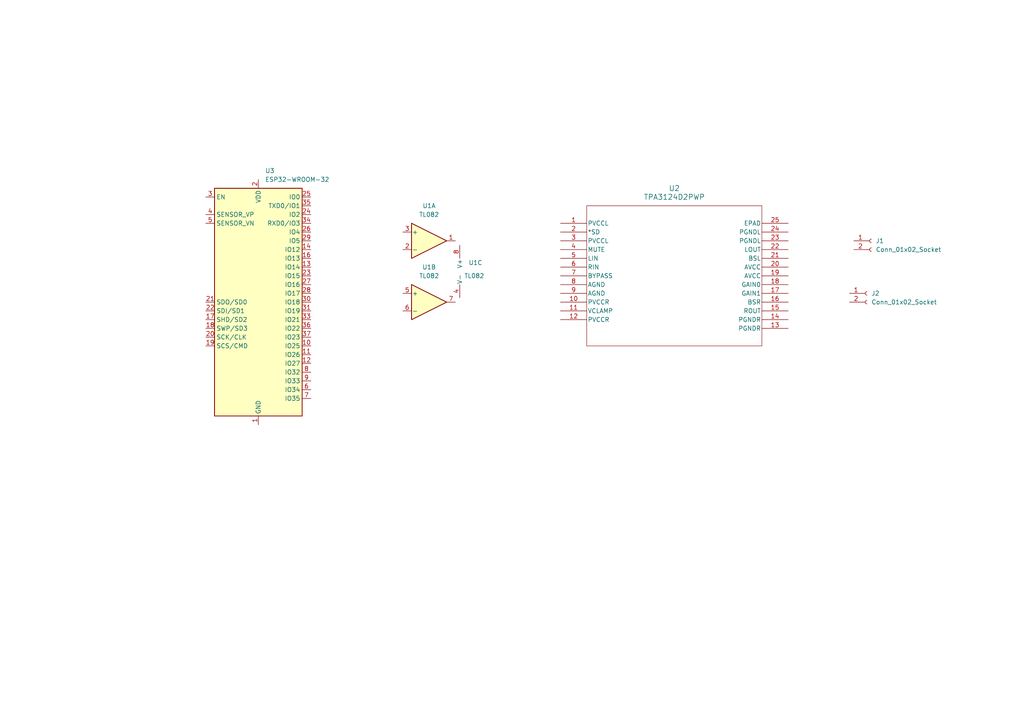
<source format=kicad_sch>
(kicad_sch (version 20230121) (generator eeschema)

  (uuid 397de217-30b6-466c-9939-3b82202520fc)

  (paper "A4")

  (lib_symbols
    (symbol "Amplifier_Operational:TL082" (pin_names (offset 0.127)) (in_bom yes) (on_board yes)
      (property "Reference" "U" (at 0 5.08 0)
        (effects (font (size 1.27 1.27)) (justify left))
      )
      (property "Value" "TL082" (at 0 -5.08 0)
        (effects (font (size 1.27 1.27)) (justify left))
      )
      (property "Footprint" "" (at 0 0 0)
        (effects (font (size 1.27 1.27)) hide)
      )
      (property "Datasheet" "http://www.ti.com/lit/ds/symlink/tl081.pdf" (at 0 0 0)
        (effects (font (size 1.27 1.27)) hide)
      )
      (property "ki_locked" "" (at 0 0 0)
        (effects (font (size 1.27 1.27)))
      )
      (property "ki_keywords" "dual opamp" (at 0 0 0)
        (effects (font (size 1.27 1.27)) hide)
      )
      (property "ki_description" "Dual JFET-Input Operational Amplifiers, DIP-8/SOIC-8/SSOP-8" (at 0 0 0)
        (effects (font (size 1.27 1.27)) hide)
      )
      (property "ki_fp_filters" "SOIC*3.9x4.9mm*P1.27mm* DIP*W7.62mm* TO*99* OnSemi*Micro8* TSSOP*3x3mm*P0.65mm* TSSOP*4.4x3mm*P0.65mm* MSOP*3x3mm*P0.65mm* SSOP*3.9x4.9mm*P0.635mm* LFCSP*2x2mm*P0.5mm* *SIP* SOIC*5.3x6.2mm*P1.27mm*" (at 0 0 0)
        (effects (font (size 1.27 1.27)) hide)
      )
      (symbol "TL082_1_1"
        (polyline
          (pts
            (xy -5.08 5.08)
            (xy 5.08 0)
            (xy -5.08 -5.08)
            (xy -5.08 5.08)
          )
          (stroke (width 0.254) (type default))
          (fill (type background))
        )
        (pin output line (at 7.62 0 180) (length 2.54)
          (name "~" (effects (font (size 1.27 1.27))))
          (number "1" (effects (font (size 1.27 1.27))))
        )
        (pin input line (at -7.62 -2.54 0) (length 2.54)
          (name "-" (effects (font (size 1.27 1.27))))
          (number "2" (effects (font (size 1.27 1.27))))
        )
        (pin input line (at -7.62 2.54 0) (length 2.54)
          (name "+" (effects (font (size 1.27 1.27))))
          (number "3" (effects (font (size 1.27 1.27))))
        )
      )
      (symbol "TL082_2_1"
        (polyline
          (pts
            (xy -5.08 5.08)
            (xy 5.08 0)
            (xy -5.08 -5.08)
            (xy -5.08 5.08)
          )
          (stroke (width 0.254) (type default))
          (fill (type background))
        )
        (pin input line (at -7.62 2.54 0) (length 2.54)
          (name "+" (effects (font (size 1.27 1.27))))
          (number "5" (effects (font (size 1.27 1.27))))
        )
        (pin input line (at -7.62 -2.54 0) (length 2.54)
          (name "-" (effects (font (size 1.27 1.27))))
          (number "6" (effects (font (size 1.27 1.27))))
        )
        (pin output line (at 7.62 0 180) (length 2.54)
          (name "~" (effects (font (size 1.27 1.27))))
          (number "7" (effects (font (size 1.27 1.27))))
        )
      )
      (symbol "TL082_3_1"
        (pin power_in line (at -2.54 -7.62 90) (length 3.81)
          (name "V-" (effects (font (size 1.27 1.27))))
          (number "4" (effects (font (size 1.27 1.27))))
        )
        (pin power_in line (at -2.54 7.62 270) (length 3.81)
          (name "V+" (effects (font (size 1.27 1.27))))
          (number "8" (effects (font (size 1.27 1.27))))
        )
      )
    )
    (symbol "Connector:Conn_01x02_Socket" (pin_names (offset 1.016) hide) (in_bom yes) (on_board yes)
      (property "Reference" "J" (at 0 2.54 0)
        (effects (font (size 1.27 1.27)))
      )
      (property "Value" "Conn_01x02_Socket" (at 0 -5.08 0)
        (effects (font (size 1.27 1.27)))
      )
      (property "Footprint" "" (at 0 0 0)
        (effects (font (size 1.27 1.27)) hide)
      )
      (property "Datasheet" "~" (at 0 0 0)
        (effects (font (size 1.27 1.27)) hide)
      )
      (property "ki_locked" "" (at 0 0 0)
        (effects (font (size 1.27 1.27)))
      )
      (property "ki_keywords" "connector" (at 0 0 0)
        (effects (font (size 1.27 1.27)) hide)
      )
      (property "ki_description" "Generic connector, single row, 01x02, script generated" (at 0 0 0)
        (effects (font (size 1.27 1.27)) hide)
      )
      (property "ki_fp_filters" "Connector*:*_1x??_*" (at 0 0 0)
        (effects (font (size 1.27 1.27)) hide)
      )
      (symbol "Conn_01x02_Socket_1_1"
        (arc (start 0 -2.032) (mid -0.5058 -2.54) (end 0 -3.048)
          (stroke (width 0.1524) (type default))
          (fill (type none))
        )
        (polyline
          (pts
            (xy -1.27 -2.54)
            (xy -0.508 -2.54)
          )
          (stroke (width 0.1524) (type default))
          (fill (type none))
        )
        (polyline
          (pts
            (xy -1.27 0)
            (xy -0.508 0)
          )
          (stroke (width 0.1524) (type default))
          (fill (type none))
        )
        (arc (start 0 0.508) (mid -0.5058 0) (end 0 -0.508)
          (stroke (width 0.1524) (type default))
          (fill (type none))
        )
        (pin passive line (at -5.08 0 0) (length 3.81)
          (name "Pin_1" (effects (font (size 1.27 1.27))))
          (number "1" (effects (font (size 1.27 1.27))))
        )
        (pin passive line (at -5.08 -2.54 0) (length 3.81)
          (name "Pin_2" (effects (font (size 1.27 1.27))))
          (number "2" (effects (font (size 1.27 1.27))))
        )
      )
    )
    (symbol "RF_Module:ESP32-WROOM-32" (in_bom yes) (on_board yes)
      (property "Reference" "U" (at -12.7 34.29 0)
        (effects (font (size 1.27 1.27)) (justify left))
      )
      (property "Value" "ESP32-WROOM-32" (at 1.27 34.29 0)
        (effects (font (size 1.27 1.27)) (justify left))
      )
      (property "Footprint" "RF_Module:ESP32-WROOM-32" (at 0 -38.1 0)
        (effects (font (size 1.27 1.27)) hide)
      )
      (property "Datasheet" "https://www.espressif.com/sites/default/files/documentation/esp32-wroom-32_datasheet_en.pdf" (at -7.62 1.27 0)
        (effects (font (size 1.27 1.27)) hide)
      )
      (property "ki_keywords" "RF Radio BT ESP ESP32 Espressif onboard PCB antenna" (at 0 0 0)
        (effects (font (size 1.27 1.27)) hide)
      )
      (property "ki_description" "RF Module, ESP32-D0WDQ6 SoC, Wi-Fi 802.11b/g/n, Bluetooth, BLE, 32-bit, 2.7-3.6V, onboard antenna, SMD" (at 0 0 0)
        (effects (font (size 1.27 1.27)) hide)
      )
      (property "ki_fp_filters" "ESP32?WROOM?32*" (at 0 0 0)
        (effects (font (size 1.27 1.27)) hide)
      )
      (symbol "ESP32-WROOM-32_0_1"
        (rectangle (start -12.7 33.02) (end 12.7 -33.02)
          (stroke (width 0.254) (type default))
          (fill (type background))
        )
      )
      (symbol "ESP32-WROOM-32_1_1"
        (pin power_in line (at 0 -35.56 90) (length 2.54)
          (name "GND" (effects (font (size 1.27 1.27))))
          (number "1" (effects (font (size 1.27 1.27))))
        )
        (pin bidirectional line (at 15.24 -12.7 180) (length 2.54)
          (name "IO25" (effects (font (size 1.27 1.27))))
          (number "10" (effects (font (size 1.27 1.27))))
        )
        (pin bidirectional line (at 15.24 -15.24 180) (length 2.54)
          (name "IO26" (effects (font (size 1.27 1.27))))
          (number "11" (effects (font (size 1.27 1.27))))
        )
        (pin bidirectional line (at 15.24 -17.78 180) (length 2.54)
          (name "IO27" (effects (font (size 1.27 1.27))))
          (number "12" (effects (font (size 1.27 1.27))))
        )
        (pin bidirectional line (at 15.24 10.16 180) (length 2.54)
          (name "IO14" (effects (font (size 1.27 1.27))))
          (number "13" (effects (font (size 1.27 1.27))))
        )
        (pin bidirectional line (at 15.24 15.24 180) (length 2.54)
          (name "IO12" (effects (font (size 1.27 1.27))))
          (number "14" (effects (font (size 1.27 1.27))))
        )
        (pin passive line (at 0 -35.56 90) (length 2.54) hide
          (name "GND" (effects (font (size 1.27 1.27))))
          (number "15" (effects (font (size 1.27 1.27))))
        )
        (pin bidirectional line (at 15.24 12.7 180) (length 2.54)
          (name "IO13" (effects (font (size 1.27 1.27))))
          (number "16" (effects (font (size 1.27 1.27))))
        )
        (pin bidirectional line (at -15.24 -5.08 0) (length 2.54)
          (name "SHD/SD2" (effects (font (size 1.27 1.27))))
          (number "17" (effects (font (size 1.27 1.27))))
        )
        (pin bidirectional line (at -15.24 -7.62 0) (length 2.54)
          (name "SWP/SD3" (effects (font (size 1.27 1.27))))
          (number "18" (effects (font (size 1.27 1.27))))
        )
        (pin bidirectional line (at -15.24 -12.7 0) (length 2.54)
          (name "SCS/CMD" (effects (font (size 1.27 1.27))))
          (number "19" (effects (font (size 1.27 1.27))))
        )
        (pin power_in line (at 0 35.56 270) (length 2.54)
          (name "VDD" (effects (font (size 1.27 1.27))))
          (number "2" (effects (font (size 1.27 1.27))))
        )
        (pin bidirectional line (at -15.24 -10.16 0) (length 2.54)
          (name "SCK/CLK" (effects (font (size 1.27 1.27))))
          (number "20" (effects (font (size 1.27 1.27))))
        )
        (pin bidirectional line (at -15.24 0 0) (length 2.54)
          (name "SDO/SD0" (effects (font (size 1.27 1.27))))
          (number "21" (effects (font (size 1.27 1.27))))
        )
        (pin bidirectional line (at -15.24 -2.54 0) (length 2.54)
          (name "SDI/SD1" (effects (font (size 1.27 1.27))))
          (number "22" (effects (font (size 1.27 1.27))))
        )
        (pin bidirectional line (at 15.24 7.62 180) (length 2.54)
          (name "IO15" (effects (font (size 1.27 1.27))))
          (number "23" (effects (font (size 1.27 1.27))))
        )
        (pin bidirectional line (at 15.24 25.4 180) (length 2.54)
          (name "IO2" (effects (font (size 1.27 1.27))))
          (number "24" (effects (font (size 1.27 1.27))))
        )
        (pin bidirectional line (at 15.24 30.48 180) (length 2.54)
          (name "IO0" (effects (font (size 1.27 1.27))))
          (number "25" (effects (font (size 1.27 1.27))))
        )
        (pin bidirectional line (at 15.24 20.32 180) (length 2.54)
          (name "IO4" (effects (font (size 1.27 1.27))))
          (number "26" (effects (font (size 1.27 1.27))))
        )
        (pin bidirectional line (at 15.24 5.08 180) (length 2.54)
          (name "IO16" (effects (font (size 1.27 1.27))))
          (number "27" (effects (font (size 1.27 1.27))))
        )
        (pin bidirectional line (at 15.24 2.54 180) (length 2.54)
          (name "IO17" (effects (font (size 1.27 1.27))))
          (number "28" (effects (font (size 1.27 1.27))))
        )
        (pin bidirectional line (at 15.24 17.78 180) (length 2.54)
          (name "IO5" (effects (font (size 1.27 1.27))))
          (number "29" (effects (font (size 1.27 1.27))))
        )
        (pin input line (at -15.24 30.48 0) (length 2.54)
          (name "EN" (effects (font (size 1.27 1.27))))
          (number "3" (effects (font (size 1.27 1.27))))
        )
        (pin bidirectional line (at 15.24 0 180) (length 2.54)
          (name "IO18" (effects (font (size 1.27 1.27))))
          (number "30" (effects (font (size 1.27 1.27))))
        )
        (pin bidirectional line (at 15.24 -2.54 180) (length 2.54)
          (name "IO19" (effects (font (size 1.27 1.27))))
          (number "31" (effects (font (size 1.27 1.27))))
        )
        (pin no_connect line (at -12.7 -27.94 0) (length 2.54) hide
          (name "NC" (effects (font (size 1.27 1.27))))
          (number "32" (effects (font (size 1.27 1.27))))
        )
        (pin bidirectional line (at 15.24 -5.08 180) (length 2.54)
          (name "IO21" (effects (font (size 1.27 1.27))))
          (number "33" (effects (font (size 1.27 1.27))))
        )
        (pin bidirectional line (at 15.24 22.86 180) (length 2.54)
          (name "RXD0/IO3" (effects (font (size 1.27 1.27))))
          (number "34" (effects (font (size 1.27 1.27))))
        )
        (pin bidirectional line (at 15.24 27.94 180) (length 2.54)
          (name "TXD0/IO1" (effects (font (size 1.27 1.27))))
          (number "35" (effects (font (size 1.27 1.27))))
        )
        (pin bidirectional line (at 15.24 -7.62 180) (length 2.54)
          (name "IO22" (effects (font (size 1.27 1.27))))
          (number "36" (effects (font (size 1.27 1.27))))
        )
        (pin bidirectional line (at 15.24 -10.16 180) (length 2.54)
          (name "IO23" (effects (font (size 1.27 1.27))))
          (number "37" (effects (font (size 1.27 1.27))))
        )
        (pin passive line (at 0 -35.56 90) (length 2.54) hide
          (name "GND" (effects (font (size 1.27 1.27))))
          (number "38" (effects (font (size 1.27 1.27))))
        )
        (pin passive line (at 0 -35.56 90) (length 2.54) hide
          (name "GND" (effects (font (size 1.27 1.27))))
          (number "39" (effects (font (size 1.27 1.27))))
        )
        (pin input line (at -15.24 25.4 0) (length 2.54)
          (name "SENSOR_VP" (effects (font (size 1.27 1.27))))
          (number "4" (effects (font (size 1.27 1.27))))
        )
        (pin input line (at -15.24 22.86 0) (length 2.54)
          (name "SENSOR_VN" (effects (font (size 1.27 1.27))))
          (number "5" (effects (font (size 1.27 1.27))))
        )
        (pin input line (at 15.24 -25.4 180) (length 2.54)
          (name "IO34" (effects (font (size 1.27 1.27))))
          (number "6" (effects (font (size 1.27 1.27))))
        )
        (pin input line (at 15.24 -27.94 180) (length 2.54)
          (name "IO35" (effects (font (size 1.27 1.27))))
          (number "7" (effects (font (size 1.27 1.27))))
        )
        (pin bidirectional line (at 15.24 -20.32 180) (length 2.54)
          (name "IO32" (effects (font (size 1.27 1.27))))
          (number "8" (effects (font (size 1.27 1.27))))
        )
        (pin bidirectional line (at 15.24 -22.86 180) (length 2.54)
          (name "IO33" (effects (font (size 1.27 1.27))))
          (number "9" (effects (font (size 1.27 1.27))))
        )
      )
    )
    (symbol "TPA3124D2PWP:TPA3124D2PWP" (pin_names (offset 0.254)) (in_bom yes) (on_board yes)
      (property "Reference" "U" (at 33.02 10.16 0)
        (effects (font (size 1.524 1.524)))
      )
      (property "Value" "TPA3124D2PWP" (at 33.02 7.62 0)
        (effects (font (size 1.524 1.524)))
      )
      (property "Footprint" "PWP24_4P87X2P4" (at 0 0 0)
        (effects (font (size 1.27 1.27) italic) hide)
      )
      (property "Datasheet" "TPA3124D2PWP" (at 0 0 0)
        (effects (font (size 1.27 1.27) italic) hide)
      )
      (property "ki_locked" "" (at 0 0 0)
        (effects (font (size 1.27 1.27)))
      )
      (property "ki_keywords" "TPA3124D2PWP" (at 0 0 0)
        (effects (font (size 1.27 1.27)) hide)
      )
      (property "ki_fp_filters" "PWP24_4P87X2P4 PWP24_4P87X2P4-M PWP24_4P87X2P4-L" (at 0 0 0)
        (effects (font (size 1.27 1.27)) hide)
      )
      (symbol "TPA3124D2PWP_0_1"
        (polyline
          (pts
            (xy 7.62 -35.56)
            (xy 58.42 -35.56)
          )
          (stroke (width 0.127) (type default))
          (fill (type none))
        )
        (polyline
          (pts
            (xy 7.62 5.08)
            (xy 7.62 -35.56)
          )
          (stroke (width 0.127) (type default))
          (fill (type none))
        )
        (polyline
          (pts
            (xy 58.42 -35.56)
            (xy 58.42 5.08)
          )
          (stroke (width 0.127) (type default))
          (fill (type none))
        )
        (polyline
          (pts
            (xy 58.42 5.08)
            (xy 7.62 5.08)
          )
          (stroke (width 0.127) (type default))
          (fill (type none))
        )
        (pin power_in line (at 0 0 0) (length 7.62)
          (name "PVCCL" (effects (font (size 1.27 1.27))))
          (number "1" (effects (font (size 1.27 1.27))))
        )
        (pin power_in line (at 0 -22.86 0) (length 7.62)
          (name "PVCCR" (effects (font (size 1.27 1.27))))
          (number "10" (effects (font (size 1.27 1.27))))
        )
        (pin power_in line (at 0 -25.4 0) (length 7.62)
          (name "VCLAMP" (effects (font (size 1.27 1.27))))
          (number "11" (effects (font (size 1.27 1.27))))
        )
        (pin power_in line (at 0 -27.94 0) (length 7.62)
          (name "PVCCR" (effects (font (size 1.27 1.27))))
          (number "12" (effects (font (size 1.27 1.27))))
        )
        (pin power_in line (at 66.04 -30.48 180) (length 7.62)
          (name "PGNDR" (effects (font (size 1.27 1.27))))
          (number "13" (effects (font (size 1.27 1.27))))
        )
        (pin power_in line (at 66.04 -27.94 180) (length 7.62)
          (name "PGNDR" (effects (font (size 1.27 1.27))))
          (number "14" (effects (font (size 1.27 1.27))))
        )
        (pin output line (at 66.04 -25.4 180) (length 7.62)
          (name "ROUT" (effects (font (size 1.27 1.27))))
          (number "15" (effects (font (size 1.27 1.27))))
        )
        (pin bidirectional line (at 66.04 -22.86 180) (length 7.62)
          (name "BSR" (effects (font (size 1.27 1.27))))
          (number "16" (effects (font (size 1.27 1.27))))
        )
        (pin input line (at 66.04 -20.32 180) (length 7.62)
          (name "GAIN1" (effects (font (size 1.27 1.27))))
          (number "17" (effects (font (size 1.27 1.27))))
        )
        (pin input line (at 66.04 -17.78 180) (length 7.62)
          (name "GAIN0" (effects (font (size 1.27 1.27))))
          (number "18" (effects (font (size 1.27 1.27))))
        )
        (pin power_in line (at 66.04 -15.24 180) (length 7.62)
          (name "AVCC" (effects (font (size 1.27 1.27))))
          (number "19" (effects (font (size 1.27 1.27))))
        )
        (pin input line (at 0 -2.54 0) (length 7.62)
          (name "*SD" (effects (font (size 1.27 1.27))))
          (number "2" (effects (font (size 1.27 1.27))))
        )
        (pin power_in line (at 66.04 -12.7 180) (length 7.62)
          (name "AVCC" (effects (font (size 1.27 1.27))))
          (number "20" (effects (font (size 1.27 1.27))))
        )
        (pin bidirectional line (at 66.04 -10.16 180) (length 7.62)
          (name "BSL" (effects (font (size 1.27 1.27))))
          (number "21" (effects (font (size 1.27 1.27))))
        )
        (pin output line (at 66.04 -7.62 180) (length 7.62)
          (name "LOUT" (effects (font (size 1.27 1.27))))
          (number "22" (effects (font (size 1.27 1.27))))
        )
        (pin power_in line (at 66.04 -5.08 180) (length 7.62)
          (name "PGNDL" (effects (font (size 1.27 1.27))))
          (number "23" (effects (font (size 1.27 1.27))))
        )
        (pin power_in line (at 66.04 -2.54 180) (length 7.62)
          (name "PGNDL" (effects (font (size 1.27 1.27))))
          (number "24" (effects (font (size 1.27 1.27))))
        )
        (pin unspecified line (at 66.04 0 180) (length 7.62)
          (name "EPAD" (effects (font (size 1.27 1.27))))
          (number "25" (effects (font (size 1.27 1.27))))
        )
        (pin power_in line (at 0 -5.08 0) (length 7.62)
          (name "PVCCL" (effects (font (size 1.27 1.27))))
          (number "3" (effects (font (size 1.27 1.27))))
        )
        (pin input line (at 0 -7.62 0) (length 7.62)
          (name "MUTE" (effects (font (size 1.27 1.27))))
          (number "4" (effects (font (size 1.27 1.27))))
        )
        (pin input line (at 0 -10.16 0) (length 7.62)
          (name "LIN" (effects (font (size 1.27 1.27))))
          (number "5" (effects (font (size 1.27 1.27))))
        )
        (pin input line (at 0 -12.7 0) (length 7.62)
          (name "RIN" (effects (font (size 1.27 1.27))))
          (number "6" (effects (font (size 1.27 1.27))))
        )
        (pin output line (at 0 -15.24 0) (length 7.62)
          (name "BYPASS" (effects (font (size 1.27 1.27))))
          (number "7" (effects (font (size 1.27 1.27))))
        )
        (pin power_in line (at 0 -17.78 0) (length 7.62)
          (name "AGND" (effects (font (size 1.27 1.27))))
          (number "8" (effects (font (size 1.27 1.27))))
        )
        (pin power_in line (at 0 -20.32 0) (length 7.62)
          (name "AGND" (effects (font (size 1.27 1.27))))
          (number "9" (effects (font (size 1.27 1.27))))
        )
      )
    )
  )


  (symbol (lib_id "RF_Module:ESP32-WROOM-32") (at 74.93 87.63 0) (unit 1)
    (in_bom yes) (on_board yes) (dnp no) (fields_autoplaced)
    (uuid 2dadca48-af58-4551-a835-3bab0cfa9fa2)
    (property "Reference" "U3" (at 76.8859 49.53 0)
      (effects (font (size 1.27 1.27)) (justify left))
    )
    (property "Value" "ESP32-WROOM-32" (at 76.8859 52.07 0)
      (effects (font (size 1.27 1.27)) (justify left))
    )
    (property "Footprint" "RF_Module:ESP32-WROOM-32" (at 74.93 125.73 0)
      (effects (font (size 1.27 1.27)) hide)
    )
    (property "Datasheet" "https://www.espressif.com/sites/default/files/documentation/esp32-wroom-32_datasheet_en.pdf" (at 67.31 86.36 0)
      (effects (font (size 1.27 1.27)) hide)
    )
    (pin "1" (uuid bba2c461-3675-4ebf-ae0e-257d7483514d))
    (pin "10" (uuid 4c9e98f3-15a0-4396-9d2c-bffe72588532))
    (pin "11" (uuid a3c86823-db6a-4757-8392-9fec1be3da5f))
    (pin "12" (uuid db570820-f984-42da-807a-fe886e2c98b6))
    (pin "13" (uuid 6725b151-237f-48f6-bc93-9d4c99d6fefd))
    (pin "14" (uuid 0c39d068-6fde-4594-902e-d7cbc634f22c))
    (pin "15" (uuid 14b63e8f-f64d-4d90-9854-773bd7de3d64))
    (pin "16" (uuid 4098da21-8a27-40ec-9a6d-5f4df1b651d0))
    (pin "17" (uuid 1ad7c608-b666-44c4-b5f9-04f15a5e63ab))
    (pin "18" (uuid 69627a83-2aea-49ea-a1bb-a6d81f7a3c43))
    (pin "19" (uuid ac6fc6d0-bf29-4312-8fc2-97592e651481))
    (pin "2" (uuid 571e15bb-9d95-4b32-b99e-4223dcea9c79))
    (pin "20" (uuid 0d98e1f7-7d9b-4676-aca7-99c3269f83a7))
    (pin "21" (uuid 909251ea-45f9-4582-9134-780994cce3f6))
    (pin "22" (uuid 382419c9-261e-401e-a795-d1c443419d98))
    (pin "23" (uuid 934c62c3-96b6-483b-a687-115d09dc9d0a))
    (pin "24" (uuid 119f3c1e-ec4b-4139-bb3e-35d39a7af08c))
    (pin "25" (uuid 50f356b7-862b-4990-91e0-2ff50cde85e5))
    (pin "26" (uuid 99cd0eee-37ee-410d-9542-168c59dbe0c9))
    (pin "27" (uuid 597e4346-6200-4b85-87cf-2159c89fe3eb))
    (pin "28" (uuid a9cc611d-a130-4a99-ad1d-b0f541fabdcb))
    (pin "29" (uuid 73f7928a-6866-443d-ad99-ac323b46141a))
    (pin "3" (uuid f0d77dac-42ac-42f4-a81c-97dab7409b2d))
    (pin "30" (uuid 854c7780-c4f2-4da4-9daa-2bc2154ae3fc))
    (pin "31" (uuid 550a9423-1707-4a47-a747-75985e8f2fb9))
    (pin "32" (uuid 97c268c2-0e0a-40fb-a09a-253bcac71dce))
    (pin "33" (uuid 6ffc4dce-9f35-4056-8b1e-e2f156f8ecbb))
    (pin "34" (uuid d9e91b79-bc74-40b9-a7c3-e3540144ac8d))
    (pin "35" (uuid fed5412c-b336-4fb7-9136-b5f347df40e2))
    (pin "36" (uuid 4b5a745f-c227-46d5-99e3-611c88d4d80f))
    (pin "37" (uuid 1a2a3a6d-ddfc-4d8f-a2be-ff0c8f784bd5))
    (pin "38" (uuid f43de038-78f1-4ba7-8e2e-19fd1a97e273))
    (pin "39" (uuid 0993bfa2-b420-4a17-b4ce-15b5c2859817))
    (pin "4" (uuid f6822ba2-096e-4df8-b285-2e6aa90f7079))
    (pin "5" (uuid 40b9de40-951b-40be-afc7-8a069680c96d))
    (pin "6" (uuid 7b53b4e0-7d1d-48ef-a137-53ad2966e5d6))
    (pin "7" (uuid 123ef6ed-01ae-42d1-806c-1fd2d05ff52d))
    (pin "8" (uuid 28cf9243-f242-4ef0-b691-93c294328eb0))
    (pin "9" (uuid 7a60108d-e431-4097-af09-9c390b74fd46))
    (instances
      (project "portable_speaker_pcb"
        (path "/397de217-30b6-466c-9939-3b82202520fc"
          (reference "U3") (unit 1)
        )
      )
    )
  )

  (symbol (lib_id "TPA3124D2PWP:TPA3124D2PWP") (at 162.56 64.77 0) (unit 1)
    (in_bom yes) (on_board yes) (dnp no) (fields_autoplaced)
    (uuid 3be17d5f-cc72-41b5-8952-220c24308816)
    (property "Reference" "U2" (at 195.58 54.61 0)
      (effects (font (size 1.524 1.524)))
    )
    (property "Value" "TPA3124D2PWP" (at 195.58 57.15 0)
      (effects (font (size 1.524 1.524)))
    )
    (property "Footprint" "PWP24_4P87X2P4" (at 162.56 64.77 0)
      (effects (font (size 1.27 1.27) italic) hide)
    )
    (property "Datasheet" "TPA3124D2PWP" (at 162.56 64.77 0)
      (effects (font (size 1.27 1.27) italic) hide)
    )
    (pin "1" (uuid 35e24f87-ee5b-4557-94b9-d66d714faf19))
    (pin "10" (uuid 783767d1-7f0a-4d8f-9d20-7345b402903a))
    (pin "11" (uuid 82df7407-24ab-46af-92a8-68e1586496c3))
    (pin "12" (uuid e54abd83-7849-4cca-982f-085f6060a0fc))
    (pin "13" (uuid d708f6a0-2d39-489c-9d05-6b9026b75f08))
    (pin "14" (uuid c3c06290-f1b2-4212-9b41-c957b7d58522))
    (pin "15" (uuid f57d467f-dc01-4cec-a0e1-cdf2c438ea18))
    (pin "16" (uuid 6830b23b-e55e-4bc5-8a4c-7e7eee55804c))
    (pin "17" (uuid 52db6305-a7fd-4e6f-b411-cc5eae3ead6e))
    (pin "18" (uuid 79ff7575-7f81-4de2-a0d0-a229867dca18))
    (pin "19" (uuid 4fe6865f-ca09-4e5e-811f-76323ae7d9ed))
    (pin "2" (uuid 6e240478-5bfc-4c27-b58e-e67bfd1ab6b7))
    (pin "20" (uuid ca909327-285d-4045-af3f-019af8f7dca4))
    (pin "21" (uuid 66eea7eb-f20d-4e06-b1b1-7d37003832f3))
    (pin "22" (uuid 2df1a532-46ff-4415-9957-a91d297bd3e7))
    (pin "23" (uuid 1a78e797-2cc6-4c55-a20b-3448f1b27a60))
    (pin "24" (uuid 0e748103-466a-4ce1-8d39-6ac48615240b))
    (pin "25" (uuid 782aa59c-a4b8-4062-8256-a71f7a8a6181))
    (pin "3" (uuid 3964111d-9682-431e-9340-99f64a8fd328))
    (pin "4" (uuid 34037b44-9247-41ac-ac5d-b9ea6b20f9a6))
    (pin "5" (uuid 0a0462e8-b2ce-4202-aa83-226452841008))
    (pin "6" (uuid 4f445a70-4b27-4614-a212-4bc4338a94cf))
    (pin "7" (uuid bad31af4-0a9e-41ee-bd64-4f852596124e))
    (pin "8" (uuid 76d8acb3-4e5a-492b-8c6f-cef387b63904))
    (pin "9" (uuid 9370d03d-1184-4aff-8b7e-ee24dd9b44f8))
    (instances
      (project "portable_speaker_pcb"
        (path "/397de217-30b6-466c-9939-3b82202520fc"
          (reference "U2") (unit 1)
        )
      )
    )
  )

  (symbol (lib_id "Amplifier_Operational:TL082") (at 124.46 87.63 0) (unit 2)
    (in_bom yes) (on_board yes) (dnp no) (fields_autoplaced)
    (uuid 42f74796-0dfd-49c6-915b-3f1c4b6b81ea)
    (property "Reference" "U1" (at 124.46 77.47 0)
      (effects (font (size 1.27 1.27)))
    )
    (property "Value" "TL082" (at 124.46 80.01 0)
      (effects (font (size 1.27 1.27)))
    )
    (property "Footprint" "" (at 124.46 87.63 0)
      (effects (font (size 1.27 1.27)) hide)
    )
    (property "Datasheet" "http://www.ti.com/lit/ds/symlink/tl081.pdf" (at 124.46 87.63 0)
      (effects (font (size 1.27 1.27)) hide)
    )
    (pin "1" (uuid fe2937ee-6ac8-4711-963e-efa998de34da))
    (pin "2" (uuid 1b75cf25-fca7-458f-b023-c4ba721ab3b3))
    (pin "3" (uuid 61883a9c-88c8-4f63-9d3e-214d06f4ac10))
    (pin "5" (uuid 828c7f76-8ffa-4818-9069-5b7028f833e4))
    (pin "6" (uuid d7b6d573-b7de-4ed0-bc1e-ccf571d48f2e))
    (pin "7" (uuid e920b6e7-6393-4730-b019-95c097dd5b2a))
    (pin "4" (uuid 632edd6b-6337-4641-b936-60e35fd0587a))
    (pin "8" (uuid 2d7a21c8-63cb-4506-b9da-4c1f4c9ae6dc))
    (instances
      (project "portable_speaker_pcb"
        (path "/397de217-30b6-466c-9939-3b82202520fc"
          (reference "U1") (unit 2)
        )
      )
    )
  )

  (symbol (lib_id "Connector:Conn_01x02_Socket") (at 251.46 85.09 0) (unit 1)
    (in_bom yes) (on_board yes) (dnp no) (fields_autoplaced)
    (uuid 8fa00b91-1c0c-4193-8a61-30f055533885)
    (property "Reference" "J2" (at 252.73 85.09 0)
      (effects (font (size 1.27 1.27)) (justify left))
    )
    (property "Value" "Conn_01x02_Socket" (at 252.73 87.63 0)
      (effects (font (size 1.27 1.27)) (justify left))
    )
    (property "Footprint" "" (at 251.46 85.09 0)
      (effects (font (size 1.27 1.27)) hide)
    )
    (property "Datasheet" "~" (at 251.46 85.09 0)
      (effects (font (size 1.27 1.27)) hide)
    )
    (pin "1" (uuid a96d135a-9740-4e7a-bca4-897f5753415c))
    (pin "2" (uuid 3b986903-cad0-46c6-a1e2-b682d9c9ed7f))
    (instances
      (project "portable_speaker_pcb"
        (path "/397de217-30b6-466c-9939-3b82202520fc"
          (reference "J2") (unit 1)
        )
      )
    )
  )

  (symbol (lib_id "Amplifier_Operational:TL082") (at 135.89 78.74 0) (unit 3)
    (in_bom yes) (on_board yes) (dnp no)
    (uuid a3c17afe-47ff-4f96-8b2e-541069224991)
    (property "Reference" "U1" (at 135.89 76.2 0)
      (effects (font (size 1.27 1.27)) (justify left))
    )
    (property "Value" "TL082" (at 134.62 80.01 0)
      (effects (font (size 1.27 1.27)) (justify left))
    )
    (property "Footprint" "" (at 135.89 78.74 0)
      (effects (font (size 1.27 1.27)) hide)
    )
    (property "Datasheet" "http://www.ti.com/lit/ds/symlink/tl081.pdf" (at 135.89 78.74 0)
      (effects (font (size 1.27 1.27)) hide)
    )
    (pin "1" (uuid bf4d7837-56c0-4e02-8c7a-2661a624b24c))
    (pin "2" (uuid dbbe644f-d180-46cf-b162-7b3673c6250f))
    (pin "3" (uuid ee00afeb-394e-4500-8146-a78ca685133e))
    (pin "5" (uuid 6e8cb112-9203-4f20-b94e-0ae7eba9e5be))
    (pin "6" (uuid ff57a81f-377d-42d5-9e41-39fd89ae3375))
    (pin "7" (uuid bae3a581-4c22-462b-8281-ef266e67c5d2))
    (pin "4" (uuid ff3454ee-f3cf-4918-8b34-75a1f647d0da))
    (pin "8" (uuid 43c42f58-3fed-4e2e-90c4-2d219ab0a656))
    (instances
      (project "portable_speaker_pcb"
        (path "/397de217-30b6-466c-9939-3b82202520fc"
          (reference "U1") (unit 3)
        )
      )
    )
  )

  (symbol (lib_id "Connector:Conn_01x02_Socket") (at 252.73 69.85 0) (unit 1)
    (in_bom yes) (on_board yes) (dnp no) (fields_autoplaced)
    (uuid df936184-7e7c-4e4d-80dc-60018ae477e3)
    (property "Reference" "J1" (at 254 69.85 0)
      (effects (font (size 1.27 1.27)) (justify left))
    )
    (property "Value" "Conn_01x02_Socket" (at 254 72.39 0)
      (effects (font (size 1.27 1.27)) (justify left))
    )
    (property "Footprint" "" (at 252.73 69.85 0)
      (effects (font (size 1.27 1.27)) hide)
    )
    (property "Datasheet" "~" (at 252.73 69.85 0)
      (effects (font (size 1.27 1.27)) hide)
    )
    (pin "1" (uuid d65308c9-e007-4949-b1fe-a937d3be62b4))
    (pin "2" (uuid 86f5bbc9-5933-4723-b83c-38704125b25b))
    (instances
      (project "portable_speaker_pcb"
        (path "/397de217-30b6-466c-9939-3b82202520fc"
          (reference "J1") (unit 1)
        )
      )
    )
  )

  (symbol (lib_id "Amplifier_Operational:TL082") (at 124.46 69.85 0) (unit 1)
    (in_bom yes) (on_board yes) (dnp no) (fields_autoplaced)
    (uuid f10ff578-735a-480d-ac5c-921abe05ce68)
    (property "Reference" "U1" (at 124.46 59.69 0)
      (effects (font (size 1.27 1.27)))
    )
    (property "Value" "TL082" (at 124.46 62.23 0)
      (effects (font (size 1.27 1.27)))
    )
    (property "Footprint" "" (at 124.46 69.85 0)
      (effects (font (size 1.27 1.27)) hide)
    )
    (property "Datasheet" "http://www.ti.com/lit/ds/symlink/tl081.pdf" (at 124.46 69.85 0)
      (effects (font (size 1.27 1.27)) hide)
    )
    (pin "1" (uuid 1ce8949f-29ea-46a3-85d7-16dbbbe24f43))
    (pin "2" (uuid 440ef92e-58a4-478e-82dc-3e4fcd1d31c1))
    (pin "3" (uuid 6292a954-1227-4908-bb6c-a2df337dada9))
    (pin "5" (uuid 4075d405-e9b3-4cc1-9546-109108789839))
    (pin "6" (uuid 6e0ffabd-c60c-4e3e-92dd-3846f3efb785))
    (pin "7" (uuid 50f0fb23-2fa6-4724-97ed-3d5a39f32d29))
    (pin "4" (uuid b6cc04ec-0250-437e-8a80-f906d0cef83a))
    (pin "8" (uuid d4a0db91-714a-458e-903d-3e1211d417ce))
    (instances
      (project "portable_speaker_pcb"
        (path "/397de217-30b6-466c-9939-3b82202520fc"
          (reference "U1") (unit 1)
        )
      )
    )
  )

  (sheet_instances
    (path "/" (page "1"))
  )
)

</source>
